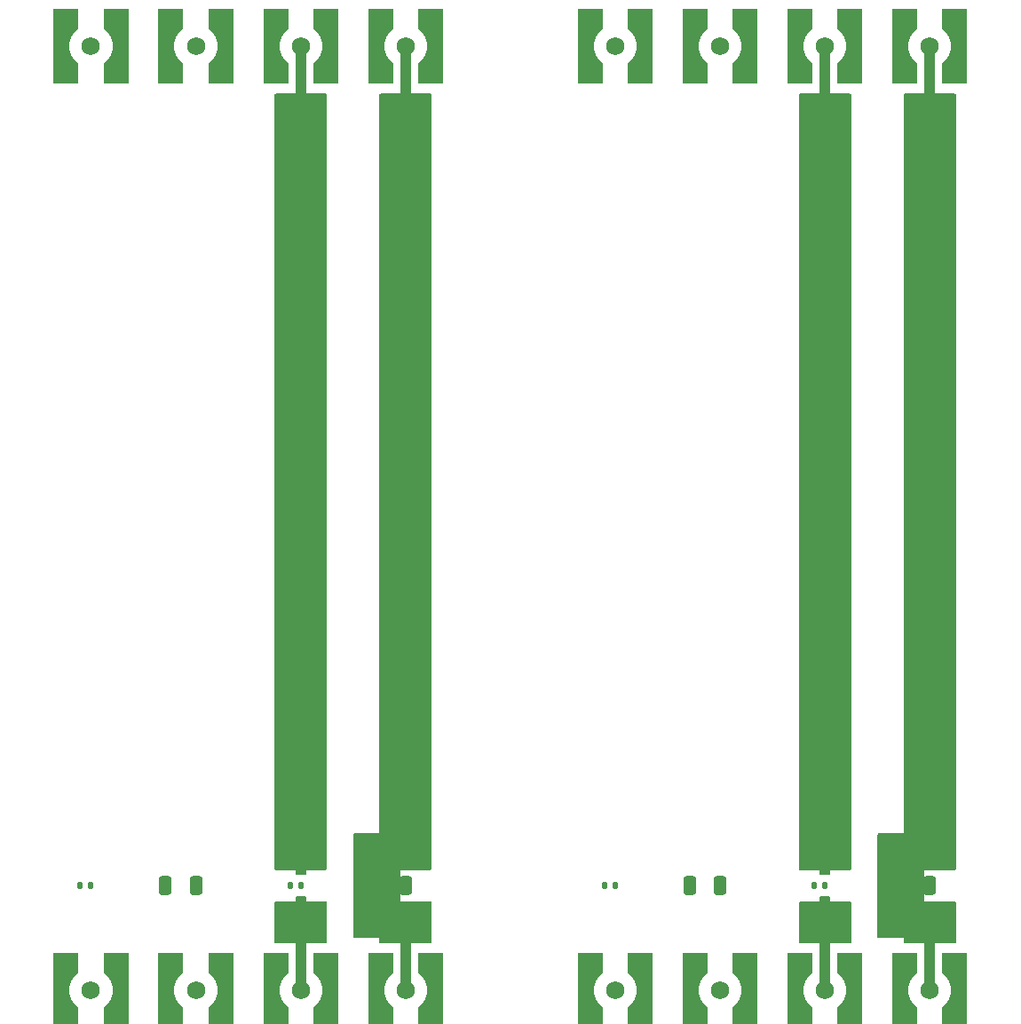
<source format=gbr>
%TF.GenerationSoftware,KiCad,Pcbnew,8.0.3*%
%TF.CreationDate,2024-06-16T14:00:48-05:00*%
%TF.ProjectId,jlcpcb flex RF,6a6c6370-6362-4206-966c-65782052462e,rev?*%
%TF.SameCoordinates,Original*%
%TF.FileFunction,Soldermask,Top*%
%TF.FilePolarity,Negative*%
%FSLAX46Y46*%
G04 Gerber Fmt 4.6, Leading zero omitted, Abs format (unit mm)*
G04 Created by KiCad (PCBNEW 8.0.3) date 2024-06-16 14:00:48*
%MOMM*%
%LPD*%
G01*
G04 APERTURE LIST*
G04 Aperture macros list*
%AMRoundRect*
0 Rectangle with rounded corners*
0 $1 Rounding radius*
0 $2 $3 $4 $5 $6 $7 $8 $9 X,Y pos of 4 corners*
0 Add a 4 corners polygon primitive as box body*
4,1,4,$2,$3,$4,$5,$6,$7,$8,$9,$2,$3,0*
0 Add four circle primitives for the rounded corners*
1,1,$1+$1,$2,$3*
1,1,$1+$1,$4,$5*
1,1,$1+$1,$6,$7*
1,1,$1+$1,$8,$9*
0 Add four rect primitives between the rounded corners*
20,1,$1+$1,$2,$3,$4,$5,0*
20,1,$1+$1,$4,$5,$6,$7,0*
20,1,$1+$1,$6,$7,$8,$9,0*
20,1,$1+$1,$8,$9,$2,$3,0*%
%AMFreePoly0*
4,1,25,-1.500000,1.420000,-1.360000,1.280000,-1.205000,1.155000,-1.035000,1.045000,-0.860000,0.950000,-0.675000,0.875000,-0.480000,0.820000,-0.280000,0.780000,-0.085000,0.765000,0.085000,0.765000,0.280000,0.780000,0.480000,0.820000,0.675000,0.875000,0.860000,0.950000,1.035000,1.045000,1.205000,1.155000,1.360000,1.280000,1.500000,1.420000,1.645000,1.595000,3.555000,1.595000,
3.555000,-0.755000,-3.555000,-0.755000,-3.555000,1.595000,-1.645000,1.595000,-1.500000,1.420000,-1.500000,1.420000,$1*%
G04 Aperture macros list end*
%ADD10RoundRect,0.250000X-0.350000X-0.650000X0.350000X-0.650000X0.350000X0.650000X-0.350000X0.650000X0*%
%ADD11RoundRect,0.135000X0.135000X0.185000X-0.135000X0.185000X-0.135000X-0.185000X0.135000X-0.185000X0*%
%ADD12C,1.730000*%
%ADD13FreePoly0,270.000000*%
%ADD14FreePoly0,90.000000*%
G04 APERTURE END LIST*
D10*
%TO.C,AE2*%
X87100000Y-135000000D03*
X90000000Y-135000000D03*
%TD*%
D11*
%TO.C,R2*%
X130000000Y-135000000D03*
X128980000Y-135000000D03*
%TD*%
D12*
%TO.C,J8*%
X90000000Y-145000000D03*
D13*
X87200000Y-145000000D03*
D14*
X92800000Y-145000000D03*
%TD*%
D10*
%TO.C,AE4*%
X137100000Y-135000000D03*
X140000000Y-135000000D03*
%TD*%
D12*
%TO.C,J16*%
X140000000Y-145000000D03*
D13*
X137200000Y-145000000D03*
D14*
X142800000Y-145000000D03*
%TD*%
D11*
%TO.C,R1*%
X110000000Y-135000000D03*
X108980000Y-135000000D03*
%TD*%
D12*
%TO.C,J9*%
X110000000Y-55000000D03*
D13*
X107200000Y-55000000D03*
D14*
X112800000Y-55000000D03*
%TD*%
D12*
%TO.C,J4*%
X70000000Y-145000000D03*
D13*
X67200000Y-145000000D03*
D14*
X72800000Y-145000000D03*
%TD*%
D12*
%TO.C,J7*%
X90000000Y-55000000D03*
D13*
X87200000Y-55000000D03*
D14*
X92800000Y-55000000D03*
%TD*%
D12*
%TO.C,J3*%
X70000000Y-55000000D03*
D13*
X67200000Y-55000000D03*
D14*
X72800000Y-55000000D03*
%TD*%
D12*
%TO.C,J11*%
X120000000Y-55000000D03*
D13*
X117200000Y-55000000D03*
D14*
X122800000Y-55000000D03*
%TD*%
D12*
%TO.C,J10*%
X110000000Y-145000000D03*
D13*
X107200000Y-145000000D03*
D14*
X112800000Y-145000000D03*
%TD*%
D12*
%TO.C,J14*%
X130000000Y-145000000D03*
D13*
X127200000Y-145000000D03*
D14*
X132800000Y-145000000D03*
%TD*%
D12*
%TO.C,J15*%
X140000000Y-55000000D03*
D13*
X137200000Y-55000000D03*
D14*
X142800000Y-55000000D03*
%TD*%
D10*
%TO.C,AE1*%
X67100000Y-135000000D03*
X70000000Y-135000000D03*
%TD*%
D12*
%TO.C,J12*%
X120000000Y-145000000D03*
D13*
X117200000Y-145000000D03*
D14*
X122800000Y-145000000D03*
%TD*%
D11*
%TO.C,R6*%
X80000000Y-135000000D03*
X78980000Y-135000000D03*
%TD*%
D12*
%TO.C,J6*%
X80000000Y-145000000D03*
D13*
X77200000Y-145000000D03*
D14*
X82800000Y-145000000D03*
%TD*%
D12*
%TO.C,J2*%
X60000000Y-145000000D03*
D13*
X57200000Y-145000000D03*
D14*
X62800000Y-145000000D03*
%TD*%
D11*
%TO.C,R3*%
X60000000Y-135000000D03*
X58980000Y-135000000D03*
%TD*%
D10*
%TO.C,AE3*%
X117100000Y-135000000D03*
X120000000Y-135000000D03*
%TD*%
D12*
%TO.C,J13*%
X130000000Y-55000000D03*
D13*
X127200000Y-55000000D03*
D14*
X132800000Y-55000000D03*
%TD*%
D12*
%TO.C,J1*%
X60000000Y-55000000D03*
D13*
X57200000Y-55000000D03*
D14*
X62800000Y-55000000D03*
%TD*%
D12*
%TO.C,J5*%
X80000000Y-55000000D03*
D13*
X77200000Y-55000000D03*
D14*
X82800000Y-55000000D03*
%TD*%
G36*
X80443039Y-136019685D02*
G01*
X80488794Y-136072489D01*
X80500000Y-136124000D01*
X80500000Y-136500000D01*
X80626000Y-136500000D01*
X80693039Y-136519685D01*
X80738794Y-136572489D01*
X80750000Y-136624000D01*
X80750000Y-140376000D01*
X80730315Y-140443039D01*
X80677511Y-140488794D01*
X80626000Y-140500000D01*
X80500000Y-140500000D01*
X80500000Y-144876000D01*
X80480315Y-144943039D01*
X80427511Y-144988794D01*
X80376000Y-145000000D01*
X79624000Y-145000000D01*
X79556961Y-144980315D01*
X79511206Y-144927511D01*
X79500000Y-144876000D01*
X79500000Y-140500000D01*
X79374000Y-140500000D01*
X79306961Y-140480315D01*
X79261206Y-140427511D01*
X79250000Y-140376000D01*
X79250000Y-136624000D01*
X79269685Y-136556961D01*
X79322489Y-136511206D01*
X79374000Y-136500000D01*
X79500000Y-136500000D01*
X79500000Y-136124000D01*
X79519685Y-136056961D01*
X79572489Y-136011206D01*
X79624000Y-136000000D01*
X80376000Y-136000000D01*
X80443039Y-136019685D01*
G37*
G36*
X130443039Y-54519685D02*
G01*
X130488794Y-54572489D01*
X130500000Y-54624000D01*
X130500000Y-59500000D01*
X130626000Y-59500000D01*
X130693039Y-59519685D01*
X130738794Y-59572489D01*
X130750000Y-59624000D01*
X130750000Y-133376000D01*
X130730315Y-133443039D01*
X130677511Y-133488794D01*
X130626000Y-133500000D01*
X130500000Y-133500000D01*
X130500000Y-133876000D01*
X130480315Y-133943039D01*
X130427511Y-133988794D01*
X130376000Y-134000000D01*
X129624000Y-134000000D01*
X129556961Y-133980315D01*
X129511206Y-133927511D01*
X129500000Y-133876000D01*
X129500000Y-133500000D01*
X129374000Y-133500000D01*
X129306961Y-133480315D01*
X129261206Y-133427511D01*
X129250000Y-133376000D01*
X129250000Y-59624000D01*
X129269685Y-59556961D01*
X129322489Y-59511206D01*
X129374000Y-59500000D01*
X129500000Y-59500000D01*
X129500000Y-54624000D01*
X129519685Y-54556961D01*
X129572489Y-54511206D01*
X129624000Y-54500000D01*
X130376000Y-54500000D01*
X130443039Y-54519685D01*
G37*
G36*
X90443039Y-55019685D02*
G01*
X90488794Y-55072489D01*
X90500000Y-55124000D01*
X90500000Y-59500000D01*
X90626000Y-59500000D01*
X90693039Y-59519685D01*
X90738794Y-59572489D01*
X90750000Y-59624000D01*
X90750000Y-133376000D01*
X90730315Y-133443039D01*
X90677511Y-133488794D01*
X90626000Y-133500000D01*
X89500000Y-133500000D01*
X89499103Y-133500896D01*
X89480315Y-133564882D01*
X89427511Y-133610637D01*
X89358353Y-133620581D01*
X89294797Y-133591556D01*
X89257023Y-133532778D01*
X89254383Y-133522036D01*
X89252383Y-133511982D01*
X89250000Y-133487789D01*
X89250000Y-59624000D01*
X89269685Y-59556961D01*
X89322489Y-59511206D01*
X89374000Y-59500000D01*
X89500000Y-59500000D01*
X89500000Y-55124000D01*
X89519685Y-55056961D01*
X89572489Y-55011206D01*
X89624000Y-55000000D01*
X90376000Y-55000000D01*
X90443039Y-55019685D01*
G37*
G36*
X140443039Y-55019685D02*
G01*
X140488794Y-55072489D01*
X140500000Y-55124000D01*
X140500000Y-59500000D01*
X140626000Y-59500000D01*
X140693039Y-59519685D01*
X140738794Y-59572489D01*
X140750000Y-59624000D01*
X140750000Y-133376000D01*
X140730315Y-133443039D01*
X140677511Y-133488794D01*
X140626000Y-133500000D01*
X139500000Y-133500000D01*
X139499103Y-133500896D01*
X139480315Y-133564882D01*
X139427511Y-133610637D01*
X139358353Y-133620581D01*
X139294797Y-133591556D01*
X139257023Y-133532778D01*
X139254383Y-133522036D01*
X139252383Y-133511982D01*
X139250000Y-133487789D01*
X139250000Y-59624000D01*
X139269685Y-59556961D01*
X139322489Y-59511206D01*
X139374000Y-59500000D01*
X139500000Y-59500000D01*
X139500000Y-55124000D01*
X139519685Y-55056961D01*
X139572489Y-55011206D01*
X139624000Y-55000000D01*
X140376000Y-55000000D01*
X140443039Y-55019685D01*
G37*
G36*
X139417254Y-136385220D02*
G01*
X139473926Y-136426087D01*
X139499507Y-136491105D01*
X139499899Y-136499899D01*
X139500000Y-136500000D01*
X140626000Y-136500000D01*
X140693039Y-136519685D01*
X140738794Y-136572489D01*
X140750000Y-136624000D01*
X140750000Y-140376000D01*
X140730315Y-140443039D01*
X140677511Y-140488794D01*
X140626000Y-140500000D01*
X140500000Y-140500000D01*
X140500000Y-144876000D01*
X140480315Y-144943039D01*
X140427511Y-144988794D01*
X140376000Y-145000000D01*
X139624000Y-145000000D01*
X139556961Y-144980315D01*
X139511206Y-144927511D01*
X139500000Y-144876000D01*
X139500000Y-140500000D01*
X139374000Y-140500000D01*
X139306961Y-140480315D01*
X139261206Y-140427511D01*
X139250000Y-140376000D01*
X139250000Y-136512210D01*
X139252383Y-136488017D01*
X139254383Y-136477963D01*
X139286769Y-136416053D01*
X139347485Y-136381479D01*
X139417254Y-136385220D01*
G37*
G36*
X130443039Y-136019685D02*
G01*
X130488794Y-136072489D01*
X130500000Y-136124000D01*
X130500000Y-136500000D01*
X130626000Y-136500000D01*
X130693039Y-136519685D01*
X130738794Y-136572489D01*
X130750000Y-136624000D01*
X130750000Y-140376000D01*
X130730315Y-140443039D01*
X130677511Y-140488794D01*
X130626000Y-140500000D01*
X130500000Y-140500000D01*
X130500000Y-144876000D01*
X130480315Y-144943039D01*
X130427511Y-144988794D01*
X130376000Y-145000000D01*
X129624000Y-145000000D01*
X129556961Y-144980315D01*
X129511206Y-144927511D01*
X129500000Y-144876000D01*
X129500000Y-140500000D01*
X129374000Y-140500000D01*
X129306961Y-140480315D01*
X129261206Y-140427511D01*
X129250000Y-140376000D01*
X129250000Y-136624000D01*
X129269685Y-136556961D01*
X129322489Y-136511206D01*
X129374000Y-136500000D01*
X129500000Y-136500000D01*
X129500000Y-136124000D01*
X129519685Y-136056961D01*
X129572489Y-136011206D01*
X129624000Y-136000000D01*
X130376000Y-136000000D01*
X130443039Y-136019685D01*
G37*
G36*
X80443039Y-55019685D02*
G01*
X80488794Y-55072489D01*
X80500000Y-55124000D01*
X80500000Y-59500000D01*
X80626000Y-59500000D01*
X80693039Y-59519685D01*
X80738794Y-59572489D01*
X80750000Y-59624000D01*
X80750000Y-133376000D01*
X80730315Y-133443039D01*
X80677511Y-133488794D01*
X80626000Y-133500000D01*
X80500000Y-133500000D01*
X80500000Y-133876000D01*
X80480315Y-133943039D01*
X80427511Y-133988794D01*
X80376000Y-134000000D01*
X79624000Y-134000000D01*
X79556961Y-133980315D01*
X79511206Y-133927511D01*
X79500000Y-133876000D01*
X79500000Y-133500000D01*
X79374000Y-133500000D01*
X79306961Y-133480315D01*
X79261206Y-133427511D01*
X79250000Y-133376000D01*
X79250000Y-59624000D01*
X79269685Y-59556961D01*
X79322489Y-59511206D01*
X79374000Y-59500000D01*
X79500000Y-59500000D01*
X79500000Y-55124000D01*
X79519685Y-55056961D01*
X79572489Y-55011206D01*
X79624000Y-55000000D01*
X80376000Y-55000000D01*
X80443039Y-55019685D01*
G37*
G36*
X89417254Y-136385220D02*
G01*
X89473926Y-136426087D01*
X89499507Y-136491105D01*
X89499899Y-136499899D01*
X89500000Y-136500000D01*
X90626000Y-136500000D01*
X90693039Y-136519685D01*
X90738794Y-136572489D01*
X90750000Y-136624000D01*
X90750000Y-140376000D01*
X90730315Y-140443039D01*
X90677511Y-140488794D01*
X90626000Y-140500000D01*
X90500000Y-140500000D01*
X90500000Y-144876000D01*
X90480315Y-144943039D01*
X90427511Y-144988794D01*
X90376000Y-145000000D01*
X89624000Y-145000000D01*
X89556961Y-144980315D01*
X89511206Y-144927511D01*
X89500000Y-144876000D01*
X89500000Y-140500000D01*
X89374000Y-140500000D01*
X89306961Y-140480315D01*
X89261206Y-140427511D01*
X89250000Y-140376000D01*
X89250000Y-136512210D01*
X89252383Y-136488017D01*
X89254383Y-136477963D01*
X89286769Y-136416053D01*
X89347485Y-136381479D01*
X89417254Y-136385220D01*
G37*
G36*
X79705203Y-59408443D02*
G01*
X79742977Y-59467221D01*
X79745617Y-59477963D01*
X79747617Y-59488017D01*
X79750000Y-59512210D01*
X79750000Y-133487789D01*
X79747617Y-133511982D01*
X79745617Y-133522036D01*
X79713231Y-133583946D01*
X79652515Y-133618520D01*
X79582746Y-133614779D01*
X79526074Y-133573912D01*
X79500493Y-133508894D01*
X79500100Y-133500100D01*
X79500000Y-133500000D01*
X77624000Y-133500000D01*
X77556961Y-133480315D01*
X77511206Y-133427511D01*
X77500000Y-133376000D01*
X77500000Y-59624000D01*
X77519685Y-59556961D01*
X77572489Y-59511206D01*
X77624000Y-59500000D01*
X79500000Y-59500000D01*
X79500896Y-59499103D01*
X79519685Y-59435117D01*
X79572489Y-59389362D01*
X79641647Y-59379418D01*
X79705203Y-59408443D01*
G37*
G36*
X80417254Y-59385220D02*
G01*
X80473926Y-59426087D01*
X80499507Y-59491105D01*
X80499899Y-59499899D01*
X80500000Y-59500000D01*
X82376000Y-59500000D01*
X82443039Y-59519685D01*
X82488794Y-59572489D01*
X82500000Y-59624000D01*
X82500000Y-133376000D01*
X82480315Y-133443039D01*
X82427511Y-133488794D01*
X82376000Y-133500000D01*
X80500000Y-133500000D01*
X80499103Y-133500896D01*
X80480315Y-133564882D01*
X80427511Y-133610637D01*
X80358353Y-133620581D01*
X80294797Y-133591556D01*
X80257023Y-133532778D01*
X80254383Y-133522036D01*
X80252383Y-133511982D01*
X80250000Y-133487789D01*
X80250000Y-59512210D01*
X80252383Y-59488017D01*
X80254383Y-59477963D01*
X80286769Y-59416053D01*
X80347485Y-59381479D01*
X80417254Y-59385220D01*
G37*
G36*
X79705203Y-136408443D02*
G01*
X79742977Y-136467221D01*
X79745617Y-136477963D01*
X79747617Y-136488017D01*
X79750000Y-136512210D01*
X79750000Y-140487789D01*
X79747617Y-140511982D01*
X79745617Y-140522036D01*
X79713231Y-140583946D01*
X79652515Y-140618520D01*
X79582746Y-140614779D01*
X79526074Y-140573912D01*
X79500493Y-140508894D01*
X79500100Y-140500100D01*
X79500000Y-140500000D01*
X77624000Y-140500000D01*
X77556961Y-140480315D01*
X77511206Y-140427511D01*
X77500000Y-140376000D01*
X77500000Y-136624000D01*
X77519685Y-136556961D01*
X77572489Y-136511206D01*
X77624000Y-136500000D01*
X79500000Y-136500000D01*
X79500896Y-136499103D01*
X79519685Y-136435117D01*
X79572489Y-136389362D01*
X79641647Y-136379418D01*
X79705203Y-136408443D01*
G37*
G36*
X80417254Y-136385220D02*
G01*
X80473926Y-136426087D01*
X80499507Y-136491105D01*
X80499899Y-136499899D01*
X80500000Y-136500000D01*
X82376000Y-136500000D01*
X82443039Y-136519685D01*
X82488794Y-136572489D01*
X82500000Y-136624000D01*
X82500000Y-140376000D01*
X82480315Y-140443039D01*
X82427511Y-140488794D01*
X82376000Y-140500000D01*
X80500000Y-140500000D01*
X80499103Y-140500896D01*
X80480315Y-140564882D01*
X80427511Y-140610637D01*
X80358353Y-140620581D01*
X80294797Y-140591556D01*
X80257023Y-140532778D01*
X80254383Y-140522036D01*
X80252383Y-140511982D01*
X80250000Y-140487789D01*
X80250000Y-136512210D01*
X80252383Y-136488017D01*
X80254383Y-136477963D01*
X80286769Y-136416053D01*
X80347485Y-136381479D01*
X80417254Y-136385220D01*
G37*
G36*
X129705203Y-136408443D02*
G01*
X129742977Y-136467221D01*
X129745617Y-136477963D01*
X129747617Y-136488017D01*
X129750000Y-136512210D01*
X129750000Y-140487789D01*
X129747617Y-140511982D01*
X129745617Y-140522036D01*
X129713231Y-140583946D01*
X129652515Y-140618520D01*
X129582746Y-140614779D01*
X129526074Y-140573912D01*
X129500493Y-140508894D01*
X129500100Y-140500100D01*
X129500000Y-140500000D01*
X127624000Y-140500000D01*
X127556961Y-140480315D01*
X127511206Y-140427511D01*
X127500000Y-140376000D01*
X127500000Y-136624000D01*
X127519685Y-136556961D01*
X127572489Y-136511206D01*
X127624000Y-136500000D01*
X129500000Y-136500000D01*
X129500896Y-136499103D01*
X129519685Y-136435117D01*
X129572489Y-136389362D01*
X129641647Y-136379418D01*
X129705203Y-136408443D01*
G37*
G36*
X130417254Y-136385220D02*
G01*
X130473926Y-136426087D01*
X130499507Y-136491105D01*
X130499899Y-136499899D01*
X130500000Y-136500000D01*
X132376000Y-136500000D01*
X132443039Y-136519685D01*
X132488794Y-136572489D01*
X132500000Y-136624000D01*
X132500000Y-140376000D01*
X132480315Y-140443039D01*
X132427511Y-140488794D01*
X132376000Y-140500000D01*
X130500000Y-140500000D01*
X130499103Y-140500896D01*
X130480315Y-140564882D01*
X130427511Y-140610637D01*
X130358353Y-140620581D01*
X130294797Y-140591556D01*
X130257023Y-140532778D01*
X130254383Y-140522036D01*
X130252383Y-140511982D01*
X130250000Y-140487789D01*
X130250000Y-136512210D01*
X130252383Y-136488017D01*
X130254383Y-136477963D01*
X130286769Y-136416053D01*
X130347485Y-136381479D01*
X130417254Y-136385220D01*
G37*
G36*
X130417254Y-59385220D02*
G01*
X130473926Y-59426087D01*
X130499507Y-59491105D01*
X130499899Y-59499899D01*
X130500000Y-59500000D01*
X132376000Y-59500000D01*
X132443039Y-59519685D01*
X132488794Y-59572489D01*
X132500000Y-59624000D01*
X132500000Y-133376000D01*
X132480315Y-133443039D01*
X132427511Y-133488794D01*
X132376000Y-133500000D01*
X130500000Y-133500000D01*
X130499103Y-133500896D01*
X130480315Y-133564882D01*
X130427511Y-133610637D01*
X130358353Y-133620581D01*
X130294797Y-133591556D01*
X130257023Y-133532778D01*
X130254383Y-133522036D01*
X130252383Y-133511982D01*
X130250000Y-133487789D01*
X130250000Y-59512210D01*
X130252383Y-59488017D01*
X130254383Y-59477963D01*
X130286769Y-59416053D01*
X130347485Y-59381479D01*
X130417254Y-59385220D01*
G37*
G36*
X129705203Y-59408443D02*
G01*
X129742977Y-59467221D01*
X129745617Y-59477963D01*
X129747617Y-59488017D01*
X129750000Y-59512210D01*
X129750000Y-133487789D01*
X129747617Y-133511982D01*
X129745617Y-133522036D01*
X129713231Y-133583946D01*
X129652515Y-133618520D01*
X129582746Y-133614779D01*
X129526074Y-133573912D01*
X129500493Y-133508894D01*
X129500100Y-133500100D01*
X129500000Y-133500000D01*
X127624000Y-133500000D01*
X127556961Y-133480315D01*
X127511206Y-133427511D01*
X127500000Y-133376000D01*
X127500000Y-59624000D01*
X127519685Y-59556961D01*
X127572489Y-59511206D01*
X127624000Y-59500000D01*
X129500000Y-59500000D01*
X129500896Y-59499103D01*
X129519685Y-59435117D01*
X129572489Y-59389362D01*
X129641647Y-59379418D01*
X129705203Y-59408443D01*
G37*
G36*
X89443039Y-136269685D02*
G01*
X89488794Y-136322489D01*
X89500000Y-136374000D01*
X89500000Y-136500000D01*
X89626000Y-136500000D01*
X89693039Y-136519685D01*
X89738794Y-136572489D01*
X89750000Y-136624000D01*
X89750000Y-140487789D01*
X89747617Y-140511982D01*
X89745617Y-140522036D01*
X89713231Y-140583946D01*
X89652515Y-140618520D01*
X89582746Y-140614779D01*
X89526074Y-140573912D01*
X89500493Y-140508894D01*
X89500100Y-140500100D01*
X89500000Y-140500000D01*
X87624000Y-140500000D01*
X87556961Y-140480315D01*
X87511206Y-140427511D01*
X87500000Y-140376000D01*
X87500000Y-140000000D01*
X87374000Y-140000000D01*
X87306961Y-139980315D01*
X87261206Y-139927511D01*
X87250000Y-139876000D01*
X87250000Y-136512210D01*
X87252383Y-136488019D01*
X87264218Y-136428519D01*
X87282732Y-136383820D01*
X87309518Y-136343731D01*
X87343731Y-136309518D01*
X87383820Y-136282732D01*
X87428520Y-136264217D01*
X87488021Y-136252382D01*
X87512211Y-136250000D01*
X89376000Y-136250000D01*
X89443039Y-136269685D01*
G37*
G36*
X92443039Y-136519685D02*
G01*
X92488794Y-136572489D01*
X92500000Y-136624000D01*
X92500000Y-140376000D01*
X92480315Y-140443039D01*
X92427511Y-140488794D01*
X92376000Y-140500000D01*
X90500000Y-140500000D01*
X90499103Y-140500896D01*
X90480315Y-140564882D01*
X90427511Y-140610637D01*
X90358353Y-140620581D01*
X90294797Y-140591556D01*
X90257023Y-140532778D01*
X90254383Y-140522036D01*
X90252383Y-140511982D01*
X90250000Y-140487789D01*
X90250000Y-136624000D01*
X90269685Y-136556961D01*
X90322489Y-136511206D01*
X90374000Y-136500000D01*
X92376000Y-136500000D01*
X92443039Y-136519685D01*
G37*
G36*
X90417254Y-59385220D02*
G01*
X90473926Y-59426087D01*
X90499507Y-59491105D01*
X90499899Y-59499899D01*
X90500000Y-59500000D01*
X92376000Y-59500000D01*
X92443039Y-59519685D01*
X92488794Y-59572489D01*
X92500000Y-59624000D01*
X92500000Y-133376000D01*
X92480315Y-133443039D01*
X92427511Y-133488794D01*
X92376000Y-133500000D01*
X90374000Y-133500000D01*
X90306961Y-133480315D01*
X90261206Y-133427511D01*
X90250000Y-133376000D01*
X90250000Y-59512210D01*
X90252383Y-59488017D01*
X90254383Y-59477963D01*
X90286769Y-59416053D01*
X90347485Y-59381479D01*
X90417254Y-59385220D01*
G37*
G36*
X89705203Y-59408443D02*
G01*
X89742977Y-59467221D01*
X89745617Y-59477963D01*
X89747617Y-59488017D01*
X89750000Y-59512210D01*
X89750000Y-133376000D01*
X89730315Y-133443039D01*
X89677511Y-133488794D01*
X89626000Y-133500000D01*
X89500000Y-133500000D01*
X89500000Y-136500000D01*
X89500896Y-136500896D01*
X89564883Y-136519685D01*
X89610638Y-136572489D01*
X89620582Y-136641647D01*
X89591557Y-136705203D01*
X89532779Y-136742977D01*
X89522034Y-136745618D01*
X89511979Y-136747618D01*
X89487789Y-136750000D01*
X87512211Y-136750000D01*
X87488019Y-136747617D01*
X87428518Y-136735781D01*
X87383820Y-136717267D01*
X87343731Y-136690481D01*
X87309518Y-136656268D01*
X87282732Y-136616179D01*
X87264218Y-136571480D01*
X87252383Y-136511980D01*
X87250000Y-136487789D01*
X87250000Y-130124000D01*
X87269685Y-130056961D01*
X87322489Y-130011206D01*
X87374000Y-130000000D01*
X87500000Y-130000000D01*
X87500000Y-59624000D01*
X87519685Y-59556961D01*
X87572489Y-59511206D01*
X87624000Y-59500000D01*
X89500000Y-59500000D01*
X89500896Y-59499103D01*
X89519685Y-59435117D01*
X89572489Y-59389362D01*
X89641647Y-59379418D01*
X89705203Y-59408443D01*
G37*
G36*
X87705203Y-129908443D02*
G01*
X87742977Y-129967221D01*
X87745617Y-129977963D01*
X87747617Y-129988017D01*
X87750000Y-130012210D01*
X87750000Y-139987789D01*
X87747617Y-140011982D01*
X87745617Y-140022036D01*
X87713231Y-140083946D01*
X87652515Y-140118520D01*
X87582746Y-140114779D01*
X87526074Y-140073912D01*
X87500493Y-140008894D01*
X87500100Y-140000100D01*
X87500000Y-140000000D01*
X85124000Y-140000000D01*
X85056961Y-139980315D01*
X85011206Y-139927511D01*
X85000000Y-139876000D01*
X85000000Y-130124000D01*
X85019685Y-130056961D01*
X85072489Y-130011206D01*
X85124000Y-130000000D01*
X87500000Y-130000000D01*
X87500896Y-129999103D01*
X87519685Y-129935117D01*
X87572489Y-129889362D01*
X87641647Y-129879418D01*
X87705203Y-129908443D01*
G37*
G36*
X137705203Y-129908443D02*
G01*
X137742977Y-129967221D01*
X137745617Y-129977963D01*
X137747617Y-129988017D01*
X137750000Y-130012210D01*
X137750000Y-139987789D01*
X137747617Y-140011982D01*
X137745617Y-140022036D01*
X137713231Y-140083946D01*
X137652515Y-140118520D01*
X137582746Y-140114779D01*
X137526074Y-140073912D01*
X137500493Y-140008894D01*
X137500100Y-140000100D01*
X137500000Y-140000000D01*
X135124000Y-140000000D01*
X135056961Y-139980315D01*
X135011206Y-139927511D01*
X135000000Y-139876000D01*
X135000000Y-130124000D01*
X135019685Y-130056961D01*
X135072489Y-130011206D01*
X135124000Y-130000000D01*
X137500000Y-130000000D01*
X137500896Y-129999103D01*
X137519685Y-129935117D01*
X137572489Y-129889362D01*
X137641647Y-129879418D01*
X137705203Y-129908443D01*
G37*
G36*
X142443039Y-136519685D02*
G01*
X142488794Y-136572489D01*
X142500000Y-136624000D01*
X142500000Y-140376000D01*
X142480315Y-140443039D01*
X142427511Y-140488794D01*
X142376000Y-140500000D01*
X140500000Y-140500000D01*
X140499103Y-140500896D01*
X140480315Y-140564882D01*
X140427511Y-140610637D01*
X140358353Y-140620581D01*
X140294797Y-140591556D01*
X140257023Y-140532778D01*
X140254383Y-140522036D01*
X140252383Y-140511982D01*
X140250000Y-140487789D01*
X140250000Y-136624000D01*
X140269685Y-136556961D01*
X140322489Y-136511206D01*
X140374000Y-136500000D01*
X142376000Y-136500000D01*
X142443039Y-136519685D01*
G37*
G36*
X139705203Y-59408443D02*
G01*
X139742977Y-59467221D01*
X139745617Y-59477963D01*
X139747617Y-59488017D01*
X139750000Y-59512210D01*
X139750000Y-133376000D01*
X139730315Y-133443039D01*
X139677511Y-133488794D01*
X139626000Y-133500000D01*
X139500000Y-133500000D01*
X139500000Y-136500000D01*
X139500896Y-136500896D01*
X139564883Y-136519685D01*
X139610638Y-136572489D01*
X139620582Y-136641647D01*
X139591557Y-136705203D01*
X139532779Y-136742977D01*
X139522034Y-136745618D01*
X139511979Y-136747618D01*
X139487789Y-136750000D01*
X137512211Y-136750000D01*
X137488019Y-136747617D01*
X137428518Y-136735781D01*
X137383820Y-136717267D01*
X137343731Y-136690481D01*
X137309518Y-136656268D01*
X137282732Y-136616179D01*
X137264218Y-136571480D01*
X137252383Y-136511980D01*
X137250000Y-136487789D01*
X137250000Y-130124000D01*
X137269685Y-130056961D01*
X137322489Y-130011206D01*
X137374000Y-130000000D01*
X137500000Y-130000000D01*
X137500000Y-59624000D01*
X137519685Y-59556961D01*
X137572489Y-59511206D01*
X137624000Y-59500000D01*
X139500000Y-59500000D01*
X139500896Y-59499103D01*
X139519685Y-59435117D01*
X139572489Y-59389362D01*
X139641647Y-59379418D01*
X139705203Y-59408443D01*
G37*
G36*
X139443039Y-136269685D02*
G01*
X139488794Y-136322489D01*
X139500000Y-136374000D01*
X139500000Y-136500000D01*
X139626000Y-136500000D01*
X139693039Y-136519685D01*
X139738794Y-136572489D01*
X139750000Y-136624000D01*
X139750000Y-140487789D01*
X139747617Y-140511982D01*
X139745617Y-140522036D01*
X139713231Y-140583946D01*
X139652515Y-140618520D01*
X139582746Y-140614779D01*
X139526074Y-140573912D01*
X139500493Y-140508894D01*
X139500100Y-140500100D01*
X139500000Y-140500000D01*
X137624000Y-140500000D01*
X137556961Y-140480315D01*
X137511206Y-140427511D01*
X137500000Y-140376000D01*
X137500000Y-140000000D01*
X137374000Y-140000000D01*
X137306961Y-139980315D01*
X137261206Y-139927511D01*
X137250000Y-139876000D01*
X137250000Y-136512210D01*
X137252383Y-136488019D01*
X137264218Y-136428519D01*
X137282732Y-136383820D01*
X137309518Y-136343731D01*
X137343731Y-136309518D01*
X137383820Y-136282732D01*
X137428520Y-136264217D01*
X137488021Y-136252382D01*
X137512211Y-136250000D01*
X139376000Y-136250000D01*
X139443039Y-136269685D01*
G37*
G36*
X140417254Y-59385220D02*
G01*
X140473926Y-59426087D01*
X140499507Y-59491105D01*
X140499899Y-59499899D01*
X140500000Y-59500000D01*
X142376000Y-59500000D01*
X142443039Y-59519685D01*
X142488794Y-59572489D01*
X142500000Y-59624000D01*
X142500000Y-133376000D01*
X142480315Y-133443039D01*
X142427511Y-133488794D01*
X142376000Y-133500000D01*
X140374000Y-133500000D01*
X140306961Y-133480315D01*
X140261206Y-133427511D01*
X140250000Y-133376000D01*
X140250000Y-59512210D01*
X140252383Y-59488017D01*
X140254383Y-59477963D01*
X140286769Y-59416053D01*
X140347485Y-59381479D01*
X140417254Y-59385220D01*
G37*
M02*

</source>
